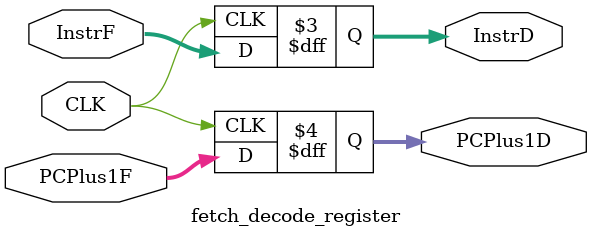
<source format=v>
`timescale 1ns / 1ps

module fetch_decode_register # (parameter WL = 32)
(
    input CLK,
    input [WL - 1 : 0] InstrF,
    input [WL - 1 : 0] PCPlus1F,
    output reg [WL - 1 : 0] InstrD,
    output reg [WL - 1 : 0] PCPlus1D
);
    initial
    begin
        InstrD <= 0;
        PCPlus1D <= 0;
    end
    always @ (posedge CLK)
    begin
        InstrD <= InstrF;
        PCPlus1D <= PCPlus1F;
    end
    
endmodule

</source>
